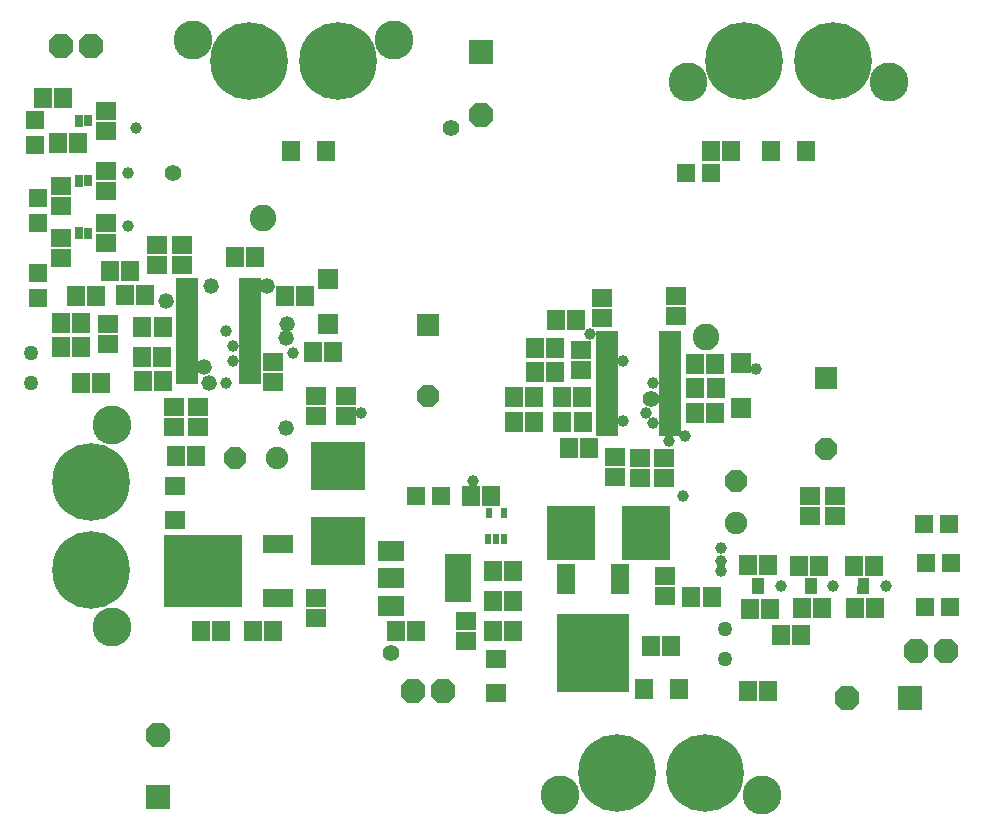
<source format=gts>
G75*
%MOIN*%
%OFA0B0*%
%FSLAX25Y25*%
%IPPOS*%
%LPD*%
%AMOC8*
5,1,8,0,0,1.08239X$1,22.5*
%
%ADD10OC8,0.08324*%
%ADD11C,0.13000*%
%ADD12C,0.25869*%
%ADD13R,0.07106X0.06318*%
%ADD14R,0.06318X0.07106*%
%ADD15OC8,0.07500*%
%ADD16C,0.07500*%
%ADD17R,0.06712X0.06712*%
%ADD18R,0.05924X0.05924*%
%ADD19R,0.07500X0.02600*%
%ADD20R,0.02184X0.02775*%
%ADD21R,0.03956X0.02775*%
%ADD22R,0.06318X0.06712*%
%ADD23R,0.06712X0.06318*%
%ADD24R,0.26397X0.24035*%
%ADD25R,0.09861X0.05924*%
%ADD26R,0.17900X0.16200*%
%ADD27R,0.16200X0.17900*%
%ADD28R,0.08324X0.08324*%
%ADD29R,0.24035X0.26397*%
%ADD30R,0.05924X0.09861*%
%ADD31C,0.04978*%
%ADD32R,0.02381X0.03562*%
%ADD33R,0.09074X0.07106*%
%ADD34R,0.09074X0.16161*%
%ADD35R,0.02775X0.02184*%
%ADD36R,0.02775X0.03956*%
%ADD37R,0.07537X0.07537*%
%ADD38OC8,0.07537*%
%ADD39C,0.05562*%
%ADD40C,0.05200*%
%ADD41C,0.03900*%
%ADD42C,0.08877*%
D10*
X0056000Y0041433D03*
X0141000Y0056000D03*
X0151000Y0056000D03*
X0285567Y0053500D03*
X0308491Y0069153D03*
X0318491Y0069153D03*
X0163500Y0248067D03*
X0033500Y0271000D03*
X0023500Y0271000D03*
D11*
X0067400Y0273100D03*
X0134600Y0273100D03*
X0232400Y0258900D03*
X0299600Y0258900D03*
X0040600Y0144600D03*
X0040600Y0077400D03*
X0189900Y0021400D03*
X0257100Y0021400D03*
D12*
X0238250Y0028500D03*
X0208750Y0028500D03*
X0033500Y0096250D03*
X0033500Y0125750D03*
X0086250Y0266000D03*
X0115750Y0266000D03*
X0251250Y0266000D03*
X0280750Y0266000D03*
D13*
X0228461Y0187634D03*
X0228461Y0180941D03*
X0203847Y0180381D03*
X0203847Y0187074D03*
X0196824Y0169529D03*
X0196824Y0162836D03*
X0208282Y0133821D03*
X0208282Y0127128D03*
X0216431Y0127043D03*
X0216431Y0133736D03*
X0224629Y0133723D03*
X0224629Y0127030D03*
X0225034Y0094292D03*
X0225034Y0087599D03*
X0273291Y0114392D03*
X0273291Y0121085D03*
X0281426Y0121024D03*
X0281426Y0114331D03*
X0158500Y0079346D03*
X0158500Y0072654D03*
X0108500Y0080154D03*
X0108500Y0086846D03*
X0069356Y0143889D03*
X0069356Y0150582D03*
X0061099Y0150620D03*
X0061099Y0143927D03*
X0039042Y0171727D03*
X0039042Y0178420D03*
X0055390Y0198003D03*
X0055390Y0204696D03*
X0063801Y0204593D03*
X0063801Y0197901D03*
X0038500Y0205154D03*
X0038500Y0211846D03*
X0038500Y0222654D03*
X0038500Y0229346D03*
X0038500Y0242654D03*
X0038500Y0249346D03*
X0023500Y0224346D03*
X0023500Y0217654D03*
X0023500Y0206846D03*
X0023500Y0200154D03*
X0094154Y0165752D03*
X0094154Y0159059D03*
X0108500Y0154346D03*
X0108500Y0147654D03*
X0118500Y0147654D03*
X0118500Y0154346D03*
D14*
X0114311Y0169059D03*
X0107619Y0169059D03*
X0104823Y0187704D03*
X0098130Y0187704D03*
X0088095Y0200627D03*
X0081402Y0200627D03*
X0057390Y0177189D03*
X0050697Y0177189D03*
X0050678Y0167414D03*
X0057371Y0167414D03*
X0057400Y0159307D03*
X0050707Y0159307D03*
X0036846Y0158500D03*
X0030154Y0158500D03*
X0030198Y0170478D03*
X0023505Y0170478D03*
X0023571Y0178665D03*
X0030264Y0178665D03*
X0028520Y0187595D03*
X0035213Y0187595D03*
X0044730Y0187888D03*
X0051423Y0187888D03*
X0046445Y0196060D03*
X0039752Y0196060D03*
X0029346Y0238500D03*
X0022654Y0238500D03*
X0024346Y0253500D03*
X0017654Y0253500D03*
X0061733Y0134303D03*
X0068426Y0134303D03*
X0070154Y0076000D03*
X0076846Y0076000D03*
X0087654Y0076000D03*
X0094346Y0076000D03*
X0135154Y0076000D03*
X0141846Y0076000D03*
X0167654Y0076000D03*
X0174346Y0076000D03*
X0174346Y0086000D03*
X0167654Y0086000D03*
X0167654Y0096000D03*
X0174346Y0096000D03*
X0166846Y0121000D03*
X0160154Y0121000D03*
X0174529Y0145716D03*
X0181222Y0145716D03*
X0181150Y0153857D03*
X0174457Y0153857D03*
X0181460Y0162127D03*
X0188153Y0162127D03*
X0188107Y0170219D03*
X0181415Y0170219D03*
X0188473Y0179780D03*
X0195166Y0179780D03*
X0197292Y0153825D03*
X0190599Y0153825D03*
X0190694Y0145647D03*
X0197387Y0145647D03*
X0199539Y0136906D03*
X0192846Y0136906D03*
X0234945Y0148644D03*
X0241638Y0148644D03*
X0241730Y0156800D03*
X0235037Y0156800D03*
X0234936Y0164933D03*
X0241629Y0164933D03*
X0252498Y0097799D03*
X0259191Y0097799D03*
X0269569Y0097722D03*
X0276262Y0097722D03*
X0287818Y0097724D03*
X0294511Y0097724D03*
X0294906Y0083739D03*
X0288213Y0083739D03*
X0277206Y0083544D03*
X0270513Y0083544D03*
X0270178Y0074750D03*
X0263485Y0074750D03*
X0259965Y0083200D03*
X0253272Y0083200D03*
X0240390Y0087139D03*
X0233698Y0087139D03*
X0226846Y0071000D03*
X0220154Y0071000D03*
X0252654Y0056000D03*
X0259346Y0056000D03*
X0246846Y0236000D03*
X0240154Y0236000D03*
D15*
X0248380Y0125934D03*
X0081500Y0133500D03*
D16*
X0095500Y0133500D03*
X0248380Y0111934D03*
D17*
X0250103Y0150357D03*
X0250103Y0165318D03*
X0112679Y0178307D03*
X0112679Y0193267D03*
D18*
X0141866Y0121000D03*
X0150134Y0121000D03*
X0231866Y0228500D03*
X0240134Y0228500D03*
X0311326Y0111638D03*
X0319593Y0111638D03*
X0320134Y0098500D03*
X0311866Y0098500D03*
X0311605Y0083989D03*
X0319872Y0083989D03*
X0016000Y0186866D03*
X0016000Y0195134D03*
X0016000Y0211866D03*
X0016000Y0220134D03*
X0014865Y0237858D03*
X0014865Y0246125D03*
D19*
X0065550Y0192250D03*
X0065550Y0189750D03*
X0065550Y0187250D03*
X0065550Y0184750D03*
X0065550Y0182250D03*
X0065550Y0179750D03*
X0065550Y0177250D03*
X0065550Y0174750D03*
X0065550Y0172250D03*
X0065550Y0169750D03*
X0065550Y0167250D03*
X0065550Y0164750D03*
X0065550Y0162250D03*
X0065550Y0159750D03*
X0086450Y0159750D03*
X0086450Y0162250D03*
X0086450Y0164750D03*
X0086450Y0167250D03*
X0086450Y0169750D03*
X0086450Y0172250D03*
X0086450Y0174750D03*
X0086450Y0177250D03*
X0086450Y0179750D03*
X0086450Y0182250D03*
X0086450Y0184750D03*
X0086450Y0187250D03*
X0086450Y0189750D03*
X0086450Y0192250D03*
X0205550Y0174750D03*
X0205550Y0172250D03*
X0205550Y0169750D03*
X0205550Y0167250D03*
X0205550Y0164750D03*
X0205550Y0162250D03*
X0205550Y0159750D03*
X0205550Y0157250D03*
X0205550Y0154750D03*
X0205550Y0152250D03*
X0205550Y0149750D03*
X0205550Y0147250D03*
X0205550Y0144750D03*
X0205550Y0142250D03*
X0226450Y0142250D03*
X0226450Y0144750D03*
X0226450Y0147250D03*
X0226450Y0149750D03*
X0226450Y0152250D03*
X0226450Y0154750D03*
X0226450Y0157250D03*
X0226450Y0159750D03*
X0226450Y0162250D03*
X0226450Y0164750D03*
X0226450Y0167250D03*
X0226450Y0169750D03*
X0226450Y0172250D03*
X0226450Y0174750D03*
D20*
X0254958Y0092378D03*
X0256730Y0092378D03*
X0272614Y0092378D03*
X0274386Y0092378D03*
X0290114Y0092378D03*
X0291886Y0092378D03*
D21*
X0291000Y0089622D03*
X0273500Y0089622D03*
X0255844Y0089622D03*
D22*
X0229429Y0056739D03*
X0218011Y0056739D03*
X0260291Y0236000D03*
X0271709Y0236000D03*
X0111709Y0236000D03*
X0100291Y0236000D03*
D23*
X0061446Y0124209D03*
X0061446Y0112791D03*
X0168500Y0066709D03*
X0168500Y0055291D03*
D24*
X0071000Y0096000D03*
D25*
X0095803Y0087024D03*
X0095803Y0104976D03*
D26*
X0116000Y0105950D03*
X0116000Y0131050D03*
D27*
X0193450Y0108500D03*
X0218550Y0108500D03*
D28*
X0056000Y0020567D03*
X0306433Y0053500D03*
X0163500Y0268933D03*
D29*
X0201000Y0068500D03*
D30*
X0192024Y0093303D03*
X0209976Y0093303D03*
D31*
X0244880Y0076735D03*
X0244880Y0066735D03*
X0013500Y0158500D03*
X0013500Y0168500D03*
D32*
X0166059Y0115429D03*
X0171059Y0115429D03*
X0171059Y0106571D03*
X0168500Y0106571D03*
X0165941Y0106571D03*
D33*
X0133598Y0102555D03*
X0133598Y0093500D03*
X0133598Y0084445D03*
D34*
X0156000Y0093500D03*
D35*
X0032378Y0207614D03*
X0032378Y0209386D03*
X0032378Y0225114D03*
X0032378Y0226886D03*
X0032378Y0245114D03*
X0032378Y0246886D03*
D36*
X0029622Y0246000D03*
X0029622Y0226000D03*
X0029622Y0208500D03*
D37*
X0146000Y0177811D03*
X0278500Y0160311D03*
D38*
X0278500Y0136689D03*
X0146000Y0154189D03*
D39*
X0220045Y0153347D03*
X0133500Y0068500D03*
X0061000Y0228500D03*
X0153500Y0243500D03*
D40*
X0092200Y0191000D03*
X0098808Y0178192D03*
X0098500Y0173500D03*
X0071300Y0163900D03*
X0072900Y0158500D03*
X0098500Y0143500D03*
X0058500Y0186000D03*
X0073500Y0191000D03*
D41*
X0078500Y0176000D03*
X0081000Y0171000D03*
X0081000Y0166000D03*
X0078500Y0158500D03*
X0101000Y0168500D03*
X0123500Y0148500D03*
X0161000Y0126000D03*
X0211000Y0146000D03*
X0218500Y0148500D03*
X0220835Y0145200D03*
X0226192Y0139273D03*
X0231550Y0141000D03*
X0221000Y0158500D03*
X0211000Y0166000D03*
X0199927Y0174855D03*
X0255171Y0163416D03*
X0231000Y0121000D03*
X0243500Y0103500D03*
X0243500Y0099300D03*
X0243500Y0096000D03*
X0263500Y0091000D03*
X0281000Y0091000D03*
X0298500Y0091000D03*
X0048500Y0243500D03*
X0046000Y0228500D03*
X0046000Y0211000D03*
D42*
X0091000Y0213500D03*
X0238500Y0174112D03*
M02*

</source>
